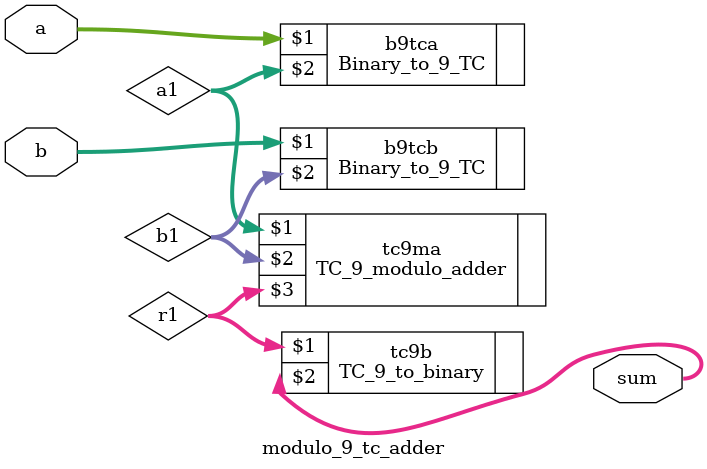
<source format=v>
`timescale 1ns / 1ps
module modulo_9_tc_adder(a,b,sum);
    input [3:0]a,b;
    output [3:0]sum;
    wire [8:1]a1,b1,r1;
    Binary_to_9_TC b9tca(a,a1);
    Binary_to_9_TC b9tcb(b,b1);
    TC_9_modulo_adder tc9ma(a1,b1,r1);
    TC_9_to_binary tc9b(r1,sum);
endmodule

</source>
